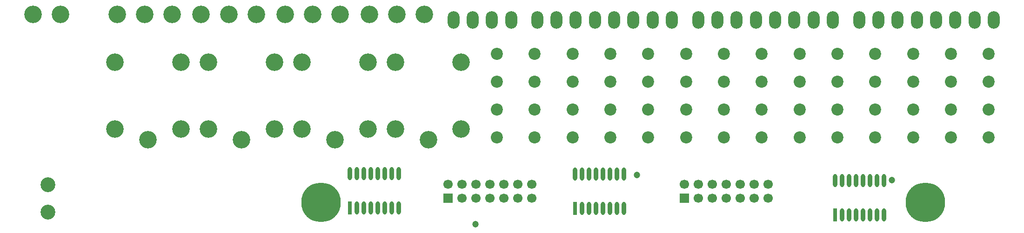
<source format=gts>
G04 Layer_Color=8388736*
%FSLAX42Y42*%
%MOMM*%
G71*
G01*
G75*
%ADD27R,0.80X2.40*%
%ADD28O,0.80X2.40*%
%ADD29C,2.70*%
%ADD30O,2.20X3.20*%
%ADD31C,3.20*%
%ADD32C,2.20*%
%ADD33R,1.70X1.70*%
%ADD34C,1.70*%
%ADD35C,7.20*%
%ADD36C,1.20*%
D27*
X18358Y17D02*
D03*
X13623Y138D02*
D03*
X9525Y148D02*
D03*
D28*
X18485Y17D02*
D03*
X18612Y17D02*
D03*
X18739D02*
D03*
X18866D02*
D03*
X18993D02*
D03*
X19120Y17D02*
D03*
X19247Y17D02*
D03*
X18358Y647D02*
D03*
X18485D02*
D03*
X18612D02*
D03*
X18739D02*
D03*
X18866D02*
D03*
X18993D02*
D03*
X19120D02*
D03*
X19247D02*
D03*
X13750Y138D02*
D03*
X13877Y138D02*
D03*
X14004D02*
D03*
X14131D02*
D03*
X14258D02*
D03*
X14385Y138D02*
D03*
X14512Y138D02*
D03*
X13623Y768D02*
D03*
X13750D02*
D03*
X13877D02*
D03*
X14004D02*
D03*
X14131D02*
D03*
X14258D02*
D03*
X14385D02*
D03*
X14512D02*
D03*
X9653Y148D02*
D03*
X9779Y148D02*
D03*
X9907D02*
D03*
X10033D02*
D03*
X10161D02*
D03*
X10288Y148D02*
D03*
X10414Y148D02*
D03*
X9525Y778D02*
D03*
X9653D02*
D03*
X9779D02*
D03*
X9907D02*
D03*
X10033D02*
D03*
X10161D02*
D03*
X10288D02*
D03*
X10414D02*
D03*
D29*
X4030Y573D02*
D03*
Y73D02*
D03*
D30*
X12457Y3575D02*
D03*
X12107D02*
D03*
X11757D02*
D03*
X11407D02*
D03*
X21240D02*
D03*
X20890D02*
D03*
X20540D02*
D03*
X20190D02*
D03*
X19840D02*
D03*
X19490D02*
D03*
X19140D02*
D03*
X18790D02*
D03*
X18312D02*
D03*
X17962D02*
D03*
X17612D02*
D03*
X17262D02*
D03*
X16912D02*
D03*
X16562D02*
D03*
X16212D02*
D03*
X15862D02*
D03*
X15382D02*
D03*
X15032D02*
D03*
X14682D02*
D03*
X14332D02*
D03*
X13982D02*
D03*
X13632D02*
D03*
X13282D02*
D03*
X12932D02*
D03*
D31*
X9850Y2810D02*
D03*
X8650D02*
D03*
X9250Y1390D02*
D03*
X9850Y1590D02*
D03*
X8650D02*
D03*
X11550Y2810D02*
D03*
X10350D02*
D03*
X10950Y1390D02*
D03*
X11550Y1590D02*
D03*
X10350D02*
D03*
X10378Y3678D02*
D03*
X9878D02*
D03*
X10878D02*
D03*
X8848D02*
D03*
X8348D02*
D03*
X9348D02*
D03*
X6450Y2810D02*
D03*
X5250D02*
D03*
X5850Y1390D02*
D03*
X6450Y1590D02*
D03*
X5250D02*
D03*
X8150Y2810D02*
D03*
X6950D02*
D03*
X7550Y1390D02*
D03*
X8150Y1590D02*
D03*
X6950D02*
D03*
X7318Y3678D02*
D03*
X6818D02*
D03*
X7818D02*
D03*
X5788D02*
D03*
X5288D02*
D03*
X6288D02*
D03*
X4260D02*
D03*
X3760D02*
D03*
D32*
X17019Y1946D02*
D03*
Y2454D02*
D03*
Y2962D02*
D03*
Y1438D02*
D03*
X17708Y1946D02*
D03*
Y2454D02*
D03*
Y2962D02*
D03*
Y1438D02*
D03*
X20462D02*
D03*
Y2962D02*
D03*
Y2454D02*
D03*
Y1946D02*
D03*
X21150Y1438D02*
D03*
Y2962D02*
D03*
Y2454D02*
D03*
X21150Y1946D02*
D03*
X19773Y1438D02*
D03*
X19773Y2962D02*
D03*
X19773Y2454D02*
D03*
X19773Y1946D02*
D03*
X19085Y1438D02*
D03*
Y2962D02*
D03*
Y2454D02*
D03*
Y1946D02*
D03*
X18396Y1438D02*
D03*
Y2962D02*
D03*
Y2454D02*
D03*
Y1946D02*
D03*
X16331Y1438D02*
D03*
Y2962D02*
D03*
Y2454D02*
D03*
X16331Y1946D02*
D03*
X15642Y1438D02*
D03*
Y2962D02*
D03*
X15642Y2454D02*
D03*
X15642Y1946D02*
D03*
X14954Y1438D02*
D03*
X14954Y2962D02*
D03*
X14954Y2454D02*
D03*
X14954Y1946D02*
D03*
X14265Y1946D02*
D03*
Y2454D02*
D03*
Y2962D02*
D03*
Y1438D02*
D03*
X13577Y1946D02*
D03*
Y2454D02*
D03*
Y2962D02*
D03*
Y1438D02*
D03*
X12888Y1946D02*
D03*
Y2454D02*
D03*
Y2962D02*
D03*
Y1438D02*
D03*
X12200Y1946D02*
D03*
Y2454D02*
D03*
Y2962D02*
D03*
Y1438D02*
D03*
D33*
X15607Y325D02*
D03*
X11307D02*
D03*
D34*
X15607Y579D02*
D03*
X15861Y325D02*
D03*
Y579D02*
D03*
X16115Y325D02*
D03*
Y579D02*
D03*
X16369Y325D02*
D03*
Y579D02*
D03*
X16623Y325D02*
D03*
Y579D02*
D03*
X16877D02*
D03*
Y325D02*
D03*
X17131Y579D02*
D03*
Y325D02*
D03*
X11307Y579D02*
D03*
X11561Y325D02*
D03*
Y579D02*
D03*
X11815Y325D02*
D03*
Y579D02*
D03*
X12069Y325D02*
D03*
Y579D02*
D03*
X12323Y325D02*
D03*
Y579D02*
D03*
X12577D02*
D03*
Y325D02*
D03*
X12831Y579D02*
D03*
Y325D02*
D03*
D35*
X20000Y250D02*
D03*
X9000D02*
D03*
D36*
X11812Y-148D02*
D03*
X19383Y655D02*
D03*
X14750Y750D02*
D03*
M02*

</source>
